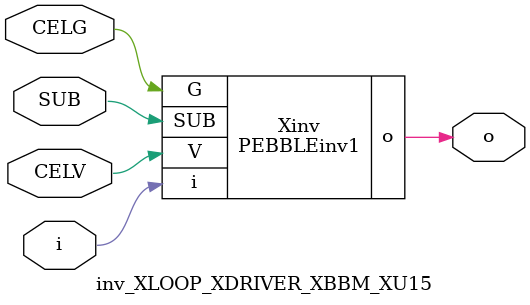
<source format=v>



module PEBBLEinv1 ( o, G, SUB, V, i );

  input V;
  input i;
  input G;
  output o;
  input SUB;
endmodule

//Celera Confidential Do Not Copy inv_XLOOP_XDRIVER_XBBM_XU15
//Celera Confidential Symbol Generator
//5V Inverter
module inv_XLOOP_XDRIVER_XBBM_XU15 (CELV,CELG,i,o,SUB);
input CELV;
input CELG;
input i;
input SUB;
output o;

//Celera Confidential Do Not Copy inv
PEBBLEinv1 Xinv(
.V (CELV),
.i (i),
.o (o),
.SUB (SUB),
.G (CELG)
);
//,diesize,PEBBLEinv1

//Celera Confidential Do Not Copy Module End
//Celera Schematic Generator
endmodule

</source>
